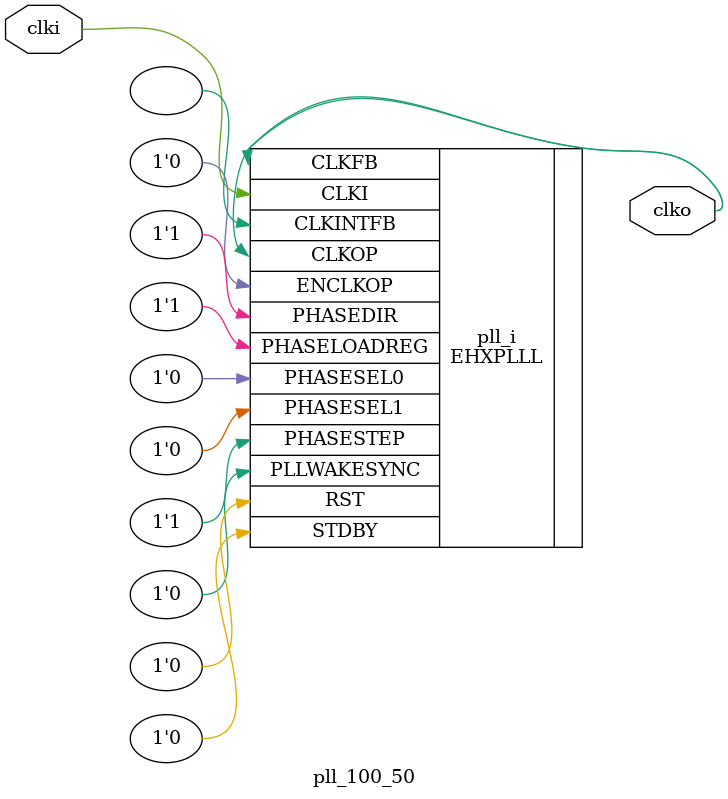
<source format=v>
module pll_32_50 (
    input clki, // 32 MHz, 0 deg
    output clko // 49.7778 MHz, 0 deg
);
(* FREQUENCY_PIN_CLKI="32" *)
(* FREQUENCY_PIN_CLKOP="49.7778" *)
(* ICP_CURRENT="12" *) (* LPF_RESISTOR="8" *) (* MFG_ENABLE_FILTEROPAMP="1" *) (* MFG_GMCREF_SEL="2" *)
EHXPLLL #(
        .PLLRST_ENA("DISABLED"),
        .INTFB_WAKE("DISABLED"),
        .STDBY_ENABLE("DISABLED"),
        .DPHASE_SOURCE("DISABLED"),
        .OUTDIVIDER_MUXA("DIVA"),
        .OUTDIVIDER_MUXB("DIVB"),
        .OUTDIVIDER_MUXC("DIVC"),
        .OUTDIVIDER_MUXD("DIVD"),
        .CLKI_DIV(9),
        .CLKOP_ENABLE("ENABLED"),
        .CLKOP_DIV(12),
        .CLKOP_CPHASE(5),
        .CLKOP_FPHASE(0),
        .FEEDBK_PATH("CLKOP"),
        .CLKFB_DIV(14)
    ) pll_i (
        .RST(1'b0),
        .STDBY(1'b0),
        .CLKI(clki),
        .CLKOP(clko),
        .CLKFB(clko),
        .CLKINTFB(),
        .PHASESEL0(1'b0),
        .PHASESEL1(1'b0),
        .PHASEDIR(1'b1),
        .PHASESTEP(1'b1),
        .PHASELOADREG(1'b1),
        .PLLWAKESYNC(1'b0),
        .ENCLKOP(1'b0),
);
endmodule

module pll_100_50 (
    input clki, // 100 MHz, 0 deg
    output clko // 50 MHz, 0 deg
);
(* FREQUENCY_PIN_CLKI="100" *)
(* FREQUENCY_PIN_CLKOP="50" *)
(* ICP_CURRENT="12" *) (* LPF_RESISTOR="8" *) (* MFG_ENABLE_FILTEROPAMP="1" *) (* MFG_GMCREF_SEL="2" *)
EHXPLLL #(
        .PLLRST_ENA("DISABLED"),
        .INTFB_WAKE("DISABLED"),
        .STDBY_ENABLE("DISABLED"),
        .DPHASE_SOURCE("DISABLED"),
        .OUTDIVIDER_MUXA("DIVA"),
        .OUTDIVIDER_MUXB("DIVB"),
        .OUTDIVIDER_MUXC("DIVC"),
        .OUTDIVIDER_MUXD("DIVD"),
        .CLKI_DIV(2),
        .CLKOP_ENABLE("ENABLED"),
        .CLKOP_DIV(12),
        .CLKOP_CPHASE(5),
        .CLKOP_FPHASE(0),
        .FEEDBK_PATH("CLKOP"),
        .CLKFB_DIV(1)
    ) pll_i (
        .RST(1'b0),
        .STDBY(1'b0),
        .CLKI(clki),
        .CLKOP(clko),
        .CLKFB(clko),
        .CLKINTFB(),
        .PHASESEL0(1'b0),
        .PHASESEL1(1'b0),
        .PHASEDIR(1'b1),
        .PHASESTEP(1'b1),
        .PHASELOADREG(1'b1),
        .PLLWAKESYNC(1'b0),
        .ENCLKOP(1'b0),
);
endmodule

</source>
